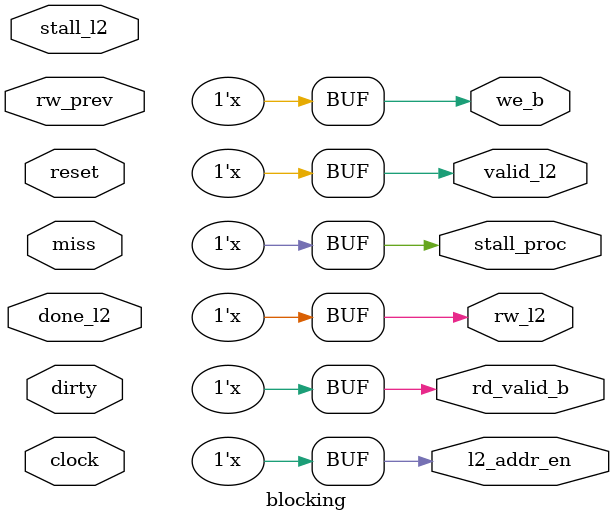
<source format=sv>


// synthesis message_off 10175

`timescale 1ns/1ns

module blocking (
    input reset, input clock, input dirty, input rw_prev, input stall_l2, input done_l2, input miss,
    output rw_l2, output valid_l2, output we_b, output rd_valid_b, output l2_addr_en, output stall_proc);

    reg reg_rw_l2;
    reg reg_valid_l2;
    reg reg_we_b;
    reg reg_rd_valid_b;
    reg reg_l2_addr_en;
    reg reg_stall_proc;
    enum int unsigned { Idle=0, Read_l2=1, WB_L2=2, Read_L1=3, Write_L1=4, Read_Wait=5 } fstate, reg_fstate;

    always_ff @(posedge clock or negedge reset)
    begin
        if (~reset) begin
            fstate <= Idle;
        end
        else begin
            fstate <= reg_fstate;
        end
    end

    always_comb begin
        reg_rw_l2 <= 1'b0;
        reg_valid_l2 <= 1'b0;
        reg_we_b <= 1'b0;
        reg_rd_valid_b <= 1'b0;
        reg_l2_addr_en <= 1'b0;
        reg_stall_proc <= 1'b0;
        rw_l2 <= 1'b0;
        valid_l2 <= 1'b0;
        we_b <= 1'b0;
        rd_valid_b <= 1'b0;
        l2_addr_en <= 1'b0;
        stall_proc <= 1'b0;
        case (fstate)
            Idle: begin
                if (((miss & dirty) & ~(stall_l2)))
                    reg_fstate <= WB_L2;
                else if (((miss & ~(dirty)) & ~(stall_l2)))
                    reg_fstate <= Read_l2;
                // Inserting 'else' block to prevent latch inference
                else
                    reg_fstate <= Idle;

                reg_stall_proc <= 1'b0;

                reg_l2_addr_en <= 1'b0;

                reg_rd_valid_b <= 1'b0;

                reg_we_b <= 1'b0;

                reg_rw_l2 <= 1'b0;

                reg_valid_l2 <= 1'b0;
            end
            Read_l2: begin
                reg_fstate <= Read_Wait;

                reg_stall_proc <= 1'b0;

                reg_l2_addr_en <= 1'b0;

                reg_we_b <= 1'b0;

                reg_rw_l2 <= 1'b0;

                reg_valid_l2 <= 1'b1;
            end
            WB_L2: begin
                reg_fstate <= Read_l2;

                reg_stall_proc <= 1'b0;

                reg_l2_addr_en <= 1'b1;

                reg_rd_valid_b <= 1'b1;

                reg_we_b <= 1'b0;

                reg_rw_l2 <= 1'b1;

                reg_valid_l2 <= 1'b1;
            end
            Read_L1: begin
                reg_fstate <= Idle;

                reg_stall_proc <= 1'b1;

                reg_we_b <= 1'b0;

                reg_valid_l2 <= 1'b0;
            end
            Write_L1: begin
                reg_fstate <= Idle;

                reg_stall_proc <= 1'b1;

                reg_we_b <= 1'b1;

                reg_valid_l2 <= 1'b0;
            end
            Read_Wait: begin
                if ((done_l2 & ~(rw_prev)))
                    reg_fstate <= Read_L1;
                else if ((done_l2 & rw_prev))
                    reg_fstate <= Write_L1;
                // Inserting 'else' block to prevent latch inference
                else
                    reg_fstate <= Read_Wait;

                reg_stall_proc <= 1'b0;

                reg_we_b <= 1'b0;

                reg_valid_l2 <= 1'b0;
            end
            default: begin
                reg_rw_l2 <= 1'bx;
                reg_valid_l2 <= 1'bx;
                reg_we_b <= 1'bx;
                reg_rd_valid_b <= 1'bx;
                reg_l2_addr_en <= 1'bx;
                reg_stall_proc <= 1'bx;
                $display ("Reach undefined state");
            end
        endcase
        rw_l2 <= reg_rw_l2;
        valid_l2 <= reg_valid_l2;
        we_b <= reg_we_b;
        rd_valid_b <= reg_rd_valid_b;
        l2_addr_en <= reg_l2_addr_en;
        stall_proc <= reg_stall_proc;
    end
endmodule // blocking

</source>
